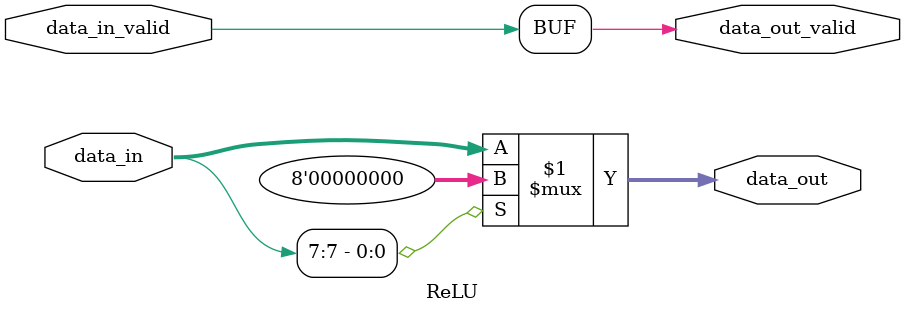
<source format=v>

module ReLU (
	input	signed	[7:0]	data_in,
	input					data_in_valid,
	output	signed	[7:0]	data_out,
	output					data_out_valid
);

assign data_out = data_in[7] ? 8'sd0 : data_in;
assign data_out_valid = data_in_valid;


endmodule

</source>
